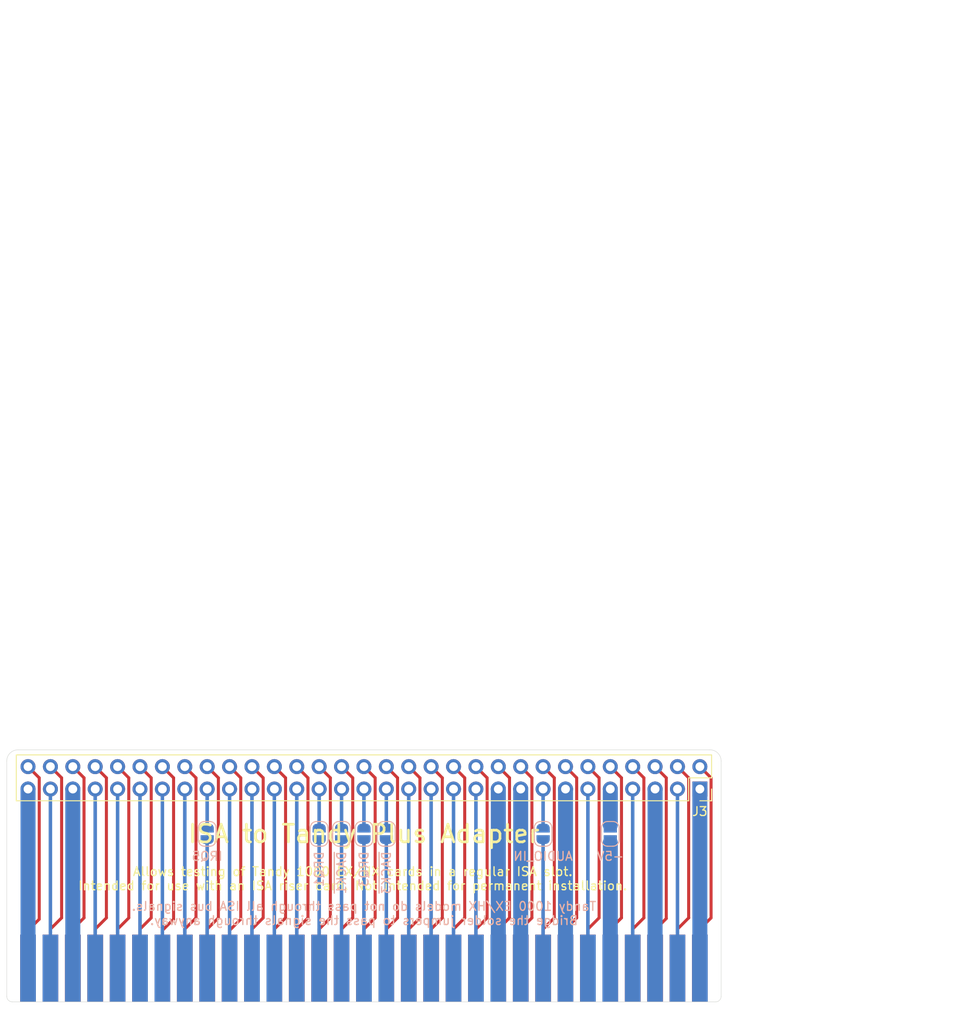
<source format=kicad_pcb>
(kicad_pcb (version 20171130) (host pcbnew "(5.1.9)-1")

  (general
    (thickness 1.6)
    (drawings 26)
    (tracks 163)
    (zones 0)
    (modules 9)
    (nets 70)
  )

  (page A4)
  (layers
    (0 F.Cu signal)
    (31 B.Cu signal)
    (32 B.Adhes user)
    (33 F.Adhes user)
    (34 B.Paste user)
    (35 F.Paste user)
    (36 B.SilkS user)
    (37 F.SilkS user)
    (38 B.Mask user)
    (39 F.Mask user)
    (40 Dwgs.User user)
    (41 Cmts.User user)
    (42 Eco1.User user)
    (43 Eco2.User user)
    (44 Edge.Cuts user)
    (45 Margin user)
    (46 B.CrtYd user)
    (47 F.CrtYd user)
    (48 B.Fab user)
    (49 F.Fab user)
  )

  (setup
    (last_trace_width 0.4)
    (user_trace_width 0.2)
    (user_trace_width 0.34)
    (user_trace_width 0.4)
    (user_trace_width 1.7)
    (trace_clearance 0.25)
    (zone_clearance 0.508)
    (zone_45_only no)
    (trace_min 0.2)
    (via_size 0.8)
    (via_drill 0.4)
    (via_min_size 0.4)
    (via_min_drill 0.3)
    (uvia_size 0.3)
    (uvia_drill 0.1)
    (uvias_allowed no)
    (uvia_min_size 0.2)
    (uvia_min_drill 0.1)
    (edge_width 0.05)
    (segment_width 0.2)
    (pcb_text_width 0.3)
    (pcb_text_size 1.5 1.5)
    (mod_edge_width 0.12)
    (mod_text_size 1 1)
    (mod_text_width 0.15)
    (pad_size 1.524 1.524)
    (pad_drill 0.762)
    (pad_to_mask_clearance 0)
    (aux_axis_origin 0 0)
    (grid_origin 141.605 127)
    (visible_elements 7FFFFFFF)
    (pcbplotparams
      (layerselection 0x010f0_ffffffff)
      (usegerberextensions true)
      (usegerberattributes true)
      (usegerberadvancedattributes true)
      (creategerberjobfile false)
      (excludeedgelayer true)
      (linewidth 0.100000)
      (plotframeref false)
      (viasonmask false)
      (mode 1)
      (useauxorigin false)
      (hpglpennumber 1)
      (hpglpenspeed 20)
      (hpglpendiameter 15.000000)
      (psnegative false)
      (psa4output false)
      (plotreference true)
      (plotvalue true)
      (plotinvisibletext false)
      (padsonsilk false)
      (subtractmaskfromsilk false)
      (outputformat 1)
      (mirror false)
      (drillshape 0)
      (scaleselection 1)
      (outputdirectory "Gerbers/"))
  )

  (net 0 "")
  (net 1 A00)
  (net 2 A01)
  (net 3 A02)
  (net 4 A03)
  (net 5 A04)
  (net 6 A05)
  (net 7 A06)
  (net 8 A07)
  (net 9 A08)
  (net 10 A09)
  (net 11 A10)
  (net 12 A11)
  (net 13 A12)
  (net 14 A13)
  (net 15 A14)
  (net 16 A15)
  (net 17 A16)
  (net 18 A17)
  (net 19 A18)
  (net 20 A19)
  (net 21 AEN)
  (net 22 IOCHRDY)
  (net 23 D0)
  (net 24 D1)
  (net 25 D2)
  (net 26 D3)
  (net 27 D4)
  (net 28 D5)
  (net 29 D6)
  (net 30 D7)
  (net 31 ~IO_CH_CK)
  (net 32 OSC)
  (net 33 ALE)
  (net 34 TC)
  (net 35 ~DACK2)
  (net 36 IRQ3)
  (net 37 IRQ4)
  (net 38 IRQ5)
  (net 39 IRQ6)
  (net 40 IRQ7)
  (net 41 CLK)
  (net 42 ~DACK0)
  (net 43 DRQ1)
  (net 44 ~DACK1)
  (net 45 DRQ3)
  (net 46 ~DACK3)
  (net 47 ~IOR)
  (net 48 ~IOW)
  (net 49 ~MEMR)
  (net 50 ~MEMW)
  (net 51 -12V)
  (net 52 DRQ2)
  (net 53 -5V)
  (net 54 IRQ2)
  (net 55 RESET)
  (net 56 GND3)
  (net 57 VCC2)
  (net 58 GND2)
  (net 59 12V)
  (net 60 UNUSED_THRU)
  (net 61 VCC1)
  (net 62 GND1)
  (net 63 "Net-(J3-Pad23)")
  (net 64 "Net-(J3-Pad18)")
  (net 65 "Net-(J3-Pad17)")
  (net 66 "Net-(J3-Pad16)")
  (net 67 "Net-(J3-Pad15)")
  (net 68 "Net-(J3-Pad8)")
  (net 69 "Net-(J3-Pad5)")

  (net_class Default "This is the default net class."
    (clearance 0.25)
    (trace_width 0.4)
    (via_dia 0.8)
    (via_drill 0.4)
    (uvia_dia 0.3)
    (uvia_drill 0.1)
    (add_net 12V)
    (add_net A00)
    (add_net A01)
    (add_net A02)
    (add_net A03)
    (add_net A04)
    (add_net A05)
    (add_net A06)
    (add_net A07)
    (add_net A08)
    (add_net A09)
    (add_net A10)
    (add_net A11)
    (add_net A12)
    (add_net A13)
    (add_net A14)
    (add_net A15)
    (add_net A16)
    (add_net A17)
    (add_net A18)
    (add_net A19)
    (add_net AEN)
    (add_net ALE)
    (add_net CLK)
    (add_net D0)
    (add_net D1)
    (add_net D2)
    (add_net D3)
    (add_net D4)
    (add_net D5)
    (add_net D6)
    (add_net D7)
    (add_net DRQ1)
    (add_net DRQ2)
    (add_net DRQ3)
    (add_net GND1)
    (add_net GND2)
    (add_net GND3)
    (add_net IOCHRDY)
    (add_net IRQ2)
    (add_net IRQ3)
    (add_net IRQ4)
    (add_net IRQ5)
    (add_net IRQ6)
    (add_net IRQ7)
    (add_net "Net-(J3-Pad15)")
    (add_net "Net-(J3-Pad16)")
    (add_net "Net-(J3-Pad17)")
    (add_net "Net-(J3-Pad18)")
    (add_net "Net-(J3-Pad23)")
    (add_net "Net-(J3-Pad5)")
    (add_net "Net-(J3-Pad8)")
    (add_net OSC)
    (add_net RESET)
    (add_net TC)
    (add_net UNUSED_THRU)
    (add_net VCC1)
    (add_net VCC2)
    (add_net ~DACK0)
    (add_net ~DACK1)
    (add_net ~DACK2)
    (add_net ~DACK3)
    (add_net ~IOR)
    (add_net ~IOW)
    (add_net ~IO_CH_CK)
    (add_net ~MEMR)
    (add_net ~MEMW)
  )

  (net_class GND ""
    (clearance 0.25)
    (trace_width 0.4)
    (via_dia 0.8)
    (via_drill 0.4)
    (uvia_dia 0.3)
    (uvia_drill 0.1)
  )

  (net_class Power ""
    (clearance 0.25)
    (trace_width 0.4)
    (via_dia 0.8)
    (via_drill 0.4)
    (uvia_dia 0.3)
    (uvia_drill 0.1)
    (add_net -12V)
    (add_net -5V)
  )

  (module Jumper:SolderJumper-2_P1.3mm_Open_RoundedPad1.0x1.5mm (layer B.Cu) (tedit 608B8F20) (tstamp 608B8AA0)
    (at 165.1 123.19 90)
    (descr "SMD Solder Jumper, 1x1.5mm, rounded Pads, 0.3mm gap, open")
    (tags "solder jumper open")
    (path /608BE3C3)
    (attr virtual)
    (fp_text reference JP1 (at 3.175 0 -90) (layer B.SilkS) hide
      (effects (font (size 1 1) (thickness 0.15)) (justify mirror))
    )
    (fp_text value -5V (at 0 -1.9 270) (layer B.Fab)
      (effects (font (size 1 1) (thickness 0.15)) (justify mirror))
    )
    (fp_line (start 1.65 -1.25) (end -1.65 -1.25) (layer B.CrtYd) (width 0.05))
    (fp_line (start 1.65 -1.25) (end 1.65 1.25) (layer B.CrtYd) (width 0.05))
    (fp_line (start -1.65 1.25) (end -1.65 -1.25) (layer B.CrtYd) (width 0.05))
    (fp_line (start -1.65 1.25) (end 1.65 1.25) (layer B.CrtYd) (width 0.05))
    (fp_line (start -0.7 1) (end 0.7 1) (layer B.SilkS) (width 0.12))
    (fp_line (start 1.4 0.3) (end 1.4 -0.3) (layer B.SilkS) (width 0.12))
    (fp_line (start 0.7 -1) (end -0.7 -1) (layer B.SilkS) (width 0.12))
    (fp_line (start -1.4 -0.3) (end -1.4 0.3) (layer B.SilkS) (width 0.12))
    (fp_arc (start -0.7 0.3) (end -0.7 1) (angle 90) (layer B.SilkS) (width 0.12))
    (fp_arc (start -0.7 -0.3) (end -1.4 -0.3) (angle 90) (layer B.SilkS) (width 0.12))
    (fp_arc (start 0.7 -0.3) (end 0.7 -1) (angle 90) (layer B.SilkS) (width 0.12))
    (fp_arc (start 0.7 0.3) (end 1.4 0.3) (angle 90) (layer B.SilkS) (width 0.12))
    (fp_text user %V (at -2.54 0 180) (layer B.SilkS)
      (effects (font (size 1 1) (thickness 0.15)) (justify mirror))
    )
    (pad 2 smd custom (at 0.65 0 90) (size 1 0.5) (layers B.Cu B.Mask)
      (net 69 "Net-(J3-Pad5)") (zone_connect 2)
      (options (clearance outline) (anchor rect))
      (primitives
        (gr_circle (center 0 -0.25) (end 0.5 -0.25) (width 0))
        (gr_circle (center 0 0.25) (end 0.5 0.25) (width 0))
        (gr_poly (pts
           (xy 0 0.75) (xy -0.5 0.75) (xy -0.5 -0.75) (xy 0 -0.75)) (width 0))
      ))
    (pad 1 smd custom (at -0.65 0 90) (size 1 0.5) (layers B.Cu B.Mask)
      (net 53 -5V) (zone_connect 2)
      (options (clearance outline) (anchor rect))
      (primitives
        (gr_circle (center 0 -0.25) (end 0.5 -0.25) (width 0))
        (gr_circle (center 0 0.25) (end 0.5 0.25) (width 0))
        (gr_poly (pts
           (xy 0 0.75) (xy 0.5 0.75) (xy 0.5 -0.75) (xy 0 -0.75)) (width 0))
      ))
  )

  (module Jumper:SolderJumper-2_P1.3mm_Open_RoundedPad1.0x1.5mm (layer B.Cu) (tedit 608B8F06) (tstamp 608B8AB2)
    (at 157.48 123.19 90)
    (descr "SMD Solder Jumper, 1x1.5mm, rounded Pads, 0.3mm gap, open")
    (tags "solder jumper open")
    (path /608C03A0)
    (attr virtual)
    (fp_text reference JP2 (at 3.175 0 -90) (layer B.SilkS) hide
      (effects (font (size 1 1) (thickness 0.15)) (justify mirror))
    )
    (fp_text value AUDIO_IN (at 0 -1.9 270) (layer B.Fab)
      (effects (font (size 1 1) (thickness 0.15)) (justify mirror))
    )
    (fp_line (start 1.65 -1.25) (end -1.65 -1.25) (layer B.CrtYd) (width 0.05))
    (fp_line (start 1.65 -1.25) (end 1.65 1.25) (layer B.CrtYd) (width 0.05))
    (fp_line (start -1.65 1.25) (end -1.65 -1.25) (layer B.CrtYd) (width 0.05))
    (fp_line (start -1.65 1.25) (end 1.65 1.25) (layer B.CrtYd) (width 0.05))
    (fp_line (start -0.7 1) (end 0.7 1) (layer B.SilkS) (width 0.12))
    (fp_line (start 1.4 0.3) (end 1.4 -0.3) (layer B.SilkS) (width 0.12))
    (fp_line (start 0.7 -1) (end -0.7 -1) (layer B.SilkS) (width 0.12))
    (fp_line (start -1.4 -0.3) (end -1.4 0.3) (layer B.SilkS) (width 0.12))
    (fp_arc (start -0.7 0.3) (end -0.7 1) (angle 90) (layer B.SilkS) (width 0.12))
    (fp_arc (start -0.7 -0.3) (end -1.4 -0.3) (angle 90) (layer B.SilkS) (width 0.12))
    (fp_arc (start 0.7 -0.3) (end 0.7 -1) (angle 90) (layer B.SilkS) (width 0.12))
    (fp_arc (start 0.7 0.3) (end 1.4 0.3) (angle 90) (layer B.SilkS) (width 0.12))
    (fp_text user %V (at -2.54 0 180) (layer B.SilkS)
      (effects (font (size 1 1) (thickness 0.15)) (justify mirror))
    )
    (pad 2 smd custom (at 0.65 0 90) (size 1 0.5) (layers B.Cu B.Mask)
      (net 68 "Net-(J3-Pad8)") (zone_connect 2)
      (options (clearance outline) (anchor rect))
      (primitives
        (gr_circle (center 0 -0.25) (end 0.5 -0.25) (width 0))
        (gr_circle (center 0 0.25) (end 0.5 0.25) (width 0))
        (gr_poly (pts
           (xy 0 0.75) (xy -0.5 0.75) (xy -0.5 -0.75) (xy 0 -0.75)) (width 0))
      ))
    (pad 1 smd custom (at -0.65 0 90) (size 1 0.5) (layers B.Cu B.Mask)
      (net 60 UNUSED_THRU) (zone_connect 2)
      (options (clearance outline) (anchor rect))
      (primitives
        (gr_circle (center 0 -0.25) (end 0.5 -0.25) (width 0))
        (gr_circle (center 0 0.25) (end 0.5 0.25) (width 0))
        (gr_poly (pts
           (xy 0 0.75) (xy 0.5 0.75) (xy 0.5 -0.75) (xy 0 -0.75)) (width 0))
      ))
  )

  (module Jumper:SolderJumper-2_P1.3mm_Open_RoundedPad1.0x1.5mm (layer B.Cu) (tedit 608B8EE1) (tstamp 608B8AC4)
    (at 139.7 123.19 90)
    (descr "SMD Solder Jumper, 1x1.5mm, rounded Pads, 0.3mm gap, open")
    (tags "solder jumper open")
    (path /608BEEB6)
    (attr virtual)
    (fp_text reference JP3 (at 3.175 0 -90) (layer B.SilkS) hide
      (effects (font (size 1 1) (thickness 0.15)) (justify mirror))
    )
    (fp_text value ~DACK3 (at 0 -1.9 270) (layer B.Fab)
      (effects (font (size 1 1) (thickness 0.15)) (justify mirror))
    )
    (fp_line (start 1.65 -1.25) (end -1.65 -1.25) (layer B.CrtYd) (width 0.05))
    (fp_line (start 1.65 -1.25) (end 1.65 1.25) (layer B.CrtYd) (width 0.05))
    (fp_line (start -1.65 1.25) (end -1.65 -1.25) (layer B.CrtYd) (width 0.05))
    (fp_line (start -1.65 1.25) (end 1.65 1.25) (layer B.CrtYd) (width 0.05))
    (fp_line (start -0.7 1) (end 0.7 1) (layer B.SilkS) (width 0.12))
    (fp_line (start 1.4 0.3) (end 1.4 -0.3) (layer B.SilkS) (width 0.12))
    (fp_line (start 0.7 -1) (end -0.7 -1) (layer B.SilkS) (width 0.12))
    (fp_line (start -1.4 -0.3) (end -1.4 0.3) (layer B.SilkS) (width 0.12))
    (fp_arc (start -0.7 0.3) (end -0.7 1) (angle 90) (layer B.SilkS) (width 0.12))
    (fp_arc (start -0.7 -0.3) (end -1.4 -0.3) (angle 90) (layer B.SilkS) (width 0.12))
    (fp_arc (start 0.7 -0.3) (end 0.7 -1) (angle 90) (layer B.SilkS) (width 0.12))
    (fp_arc (start 0.7 0.3) (end 1.4 0.3) (angle 90) (layer B.SilkS) (width 0.12))
    (fp_text user %V (at -1.905 0 90) (layer B.SilkS)
      (effects (font (size 1 1) (thickness 0.15)) (justify left mirror))
    )
    (pad 2 smd custom (at 0.65 0 90) (size 1 0.5) (layers B.Cu B.Mask)
      (net 67 "Net-(J3-Pad15)") (zone_connect 2)
      (options (clearance outline) (anchor rect))
      (primitives
        (gr_circle (center 0 -0.25) (end 0.5 -0.25) (width 0))
        (gr_circle (center 0 0.25) (end 0.5 0.25) (width 0))
        (gr_poly (pts
           (xy 0 0.75) (xy -0.5 0.75) (xy -0.5 -0.75) (xy 0 -0.75)) (width 0))
      ))
    (pad 1 smd custom (at -0.65 0 90) (size 1 0.5) (layers B.Cu B.Mask)
      (net 46 ~DACK3) (zone_connect 2)
      (options (clearance outline) (anchor rect))
      (primitives
        (gr_circle (center 0 -0.25) (end 0.5 -0.25) (width 0))
        (gr_circle (center 0 0.25) (end 0.5 0.25) (width 0))
        (gr_poly (pts
           (xy 0 0.75) (xy 0.5 0.75) (xy 0.5 -0.75) (xy 0 -0.75)) (width 0))
      ))
  )

  (module Jumper:SolderJumper-2_P1.3mm_Open_RoundedPad1.0x1.5mm (layer B.Cu) (tedit 608B8EC8) (tstamp 608B8AE8)
    (at 134.62 123.19 90)
    (descr "SMD Solder Jumper, 1x1.5mm, rounded Pads, 0.3mm gap, open")
    (tags "solder jumper open")
    (path /608BFCFE)
    (attr virtual)
    (fp_text reference JP5 (at 3.175 0 -90) (layer B.SilkS) hide
      (effects (font (size 1 1) (thickness 0.15)) (justify mirror))
    )
    (fp_text value ~DACK1 (at 0 -1.9 270) (layer B.Fab)
      (effects (font (size 1 1) (thickness 0.15)) (justify mirror))
    )
    (fp_line (start 1.65 -1.25) (end -1.65 -1.25) (layer B.CrtYd) (width 0.05))
    (fp_line (start 1.65 -1.25) (end 1.65 1.25) (layer B.CrtYd) (width 0.05))
    (fp_line (start -1.65 1.25) (end -1.65 -1.25) (layer B.CrtYd) (width 0.05))
    (fp_line (start -1.65 1.25) (end 1.65 1.25) (layer B.CrtYd) (width 0.05))
    (fp_line (start -0.7 1) (end 0.7 1) (layer B.SilkS) (width 0.12))
    (fp_line (start 1.4 0.3) (end 1.4 -0.3) (layer B.SilkS) (width 0.12))
    (fp_line (start 0.7 -1) (end -0.7 -1) (layer B.SilkS) (width 0.12))
    (fp_line (start -1.4 -0.3) (end -1.4 0.3) (layer B.SilkS) (width 0.12))
    (fp_arc (start -0.7 0.3) (end -0.7 1) (angle 90) (layer B.SilkS) (width 0.12))
    (fp_arc (start -0.7 -0.3) (end -1.4 -0.3) (angle 90) (layer B.SilkS) (width 0.12))
    (fp_arc (start 0.7 -0.3) (end 0.7 -1) (angle 90) (layer B.SilkS) (width 0.12))
    (fp_arc (start 0.7 0.3) (end 1.4 0.3) (angle 90) (layer B.SilkS) (width 0.12))
    (fp_text user %V (at -1.905 0 90) (layer B.SilkS)
      (effects (font (size 1 1) (thickness 0.15)) (justify left mirror))
    )
    (pad 2 smd custom (at 0.65 0 90) (size 1 0.5) (layers B.Cu B.Mask)
      (net 65 "Net-(J3-Pad17)") (zone_connect 2)
      (options (clearance outline) (anchor rect))
      (primitives
        (gr_circle (center 0 -0.25) (end 0.5 -0.25) (width 0))
        (gr_circle (center 0 0.25) (end 0.5 0.25) (width 0))
        (gr_poly (pts
           (xy 0 0.75) (xy -0.5 0.75) (xy -0.5 -0.75) (xy 0 -0.75)) (width 0))
      ))
    (pad 1 smd custom (at -0.65 0 90) (size 1 0.5) (layers B.Cu B.Mask)
      (net 44 ~DACK1) (zone_connect 2)
      (options (clearance outline) (anchor rect))
      (primitives
        (gr_circle (center 0 -0.25) (end 0.5 -0.25) (width 0))
        (gr_circle (center 0 0.25) (end 0.5 0.25) (width 0))
        (gr_poly (pts
           (xy 0 0.75) (xy 0.5 0.75) (xy 0.5 -0.75) (xy 0 -0.75)) (width 0))
      ))
  )

  (module Jumper:SolderJumper-2_P1.3mm_Open_RoundedPad1.0x1.5mm (layer B.Cu) (tedit 608B8E9D) (tstamp 608B8AD6)
    (at 137.16 123.19 90)
    (descr "SMD Solder Jumper, 1x1.5mm, rounded Pads, 0.3mm gap, open")
    (tags "solder jumper open")
    (path /608BFBA5)
    (attr virtual)
    (fp_text reference JP4 (at 3.175 0 -90) (layer B.SilkS) hide
      (effects (font (size 1 1) (thickness 0.15)) (justify mirror))
    )
    (fp_text value DRQ3 (at 0 -1.9 270) (layer B.Fab)
      (effects (font (size 1 1) (thickness 0.15)) (justify mirror))
    )
    (fp_line (start 1.65 -1.25) (end -1.65 -1.25) (layer B.CrtYd) (width 0.05))
    (fp_line (start 1.65 -1.25) (end 1.65 1.25) (layer B.CrtYd) (width 0.05))
    (fp_line (start -1.65 1.25) (end -1.65 -1.25) (layer B.CrtYd) (width 0.05))
    (fp_line (start -1.65 1.25) (end 1.65 1.25) (layer B.CrtYd) (width 0.05))
    (fp_line (start -0.7 1) (end 0.7 1) (layer B.SilkS) (width 0.12))
    (fp_line (start 1.4 0.3) (end 1.4 -0.3) (layer B.SilkS) (width 0.12))
    (fp_line (start 0.7 -1) (end -0.7 -1) (layer B.SilkS) (width 0.12))
    (fp_line (start -1.4 -0.3) (end -1.4 0.3) (layer B.SilkS) (width 0.12))
    (fp_arc (start -0.7 0.3) (end -0.7 1) (angle 90) (layer B.SilkS) (width 0.12))
    (fp_arc (start -0.7 -0.3) (end -1.4 -0.3) (angle 90) (layer B.SilkS) (width 0.12))
    (fp_arc (start 0.7 -0.3) (end 0.7 -1) (angle 90) (layer B.SilkS) (width 0.12))
    (fp_arc (start 0.7 0.3) (end 1.4 0.3) (angle 90) (layer B.SilkS) (width 0.12))
    (fp_text user %V (at -1.905 0 90) (layer B.SilkS)
      (effects (font (size 1 1) (thickness 0.15)) (justify left mirror))
    )
    (pad 2 smd custom (at 0.65 0 90) (size 1 0.5) (layers B.Cu B.Mask)
      (net 66 "Net-(J3-Pad16)") (zone_connect 2)
      (options (clearance outline) (anchor rect))
      (primitives
        (gr_circle (center 0 -0.25) (end 0.5 -0.25) (width 0))
        (gr_circle (center 0 0.25) (end 0.5 0.25) (width 0))
        (gr_poly (pts
           (xy 0 0.75) (xy -0.5 0.75) (xy -0.5 -0.75) (xy 0 -0.75)) (width 0))
      ))
    (pad 1 smd custom (at -0.65 0 90) (size 1 0.5) (layers B.Cu B.Mask)
      (net 45 DRQ3) (zone_connect 2)
      (options (clearance outline) (anchor rect))
      (primitives
        (gr_circle (center 0 -0.25) (end 0.5 -0.25) (width 0))
        (gr_circle (center 0 0.25) (end 0.5 0.25) (width 0))
        (gr_poly (pts
           (xy 0 0.75) (xy 0.5 0.75) (xy 0.5 -0.75) (xy 0 -0.75)) (width 0))
      ))
  )

  (module Jumper:SolderJumper-2_P1.3mm_Open_RoundedPad1.0x1.5mm (layer B.Cu) (tedit 608B8E5E) (tstamp 608B8AFA)
    (at 132.08 123.19 90)
    (descr "SMD Solder Jumper, 1x1.5mm, rounded Pads, 0.3mm gap, open")
    (tags "solder jumper open")
    (path /608BFE8A)
    (attr virtual)
    (fp_text reference JP6 (at 3.175 0 -90) (layer B.SilkS) hide
      (effects (font (size 1 1) (thickness 0.15)) (justify mirror))
    )
    (fp_text value DRQ1 (at 0 -1.9 270) (layer B.Fab)
      (effects (font (size 1 1) (thickness 0.15)) (justify mirror))
    )
    (fp_line (start 1.65 -1.25) (end -1.65 -1.25) (layer B.CrtYd) (width 0.05))
    (fp_line (start 1.65 -1.25) (end 1.65 1.25) (layer B.CrtYd) (width 0.05))
    (fp_line (start -1.65 1.25) (end -1.65 -1.25) (layer B.CrtYd) (width 0.05))
    (fp_line (start -1.65 1.25) (end 1.65 1.25) (layer B.CrtYd) (width 0.05))
    (fp_line (start -0.7 1) (end 0.7 1) (layer B.SilkS) (width 0.12))
    (fp_line (start 1.4 0.3) (end 1.4 -0.3) (layer B.SilkS) (width 0.12))
    (fp_line (start 0.7 -1) (end -0.7 -1) (layer B.SilkS) (width 0.12))
    (fp_line (start -1.4 -0.3) (end -1.4 0.3) (layer B.SilkS) (width 0.12))
    (fp_arc (start -0.7 0.3) (end -0.7 1) (angle 90) (layer B.SilkS) (width 0.12))
    (fp_arc (start -0.7 -0.3) (end -1.4 -0.3) (angle 90) (layer B.SilkS) (width 0.12))
    (fp_arc (start 0.7 -0.3) (end 0.7 -1) (angle 90) (layer B.SilkS) (width 0.12))
    (fp_arc (start 0.7 0.3) (end 1.4 0.3) (angle 90) (layer B.SilkS) (width 0.12))
    (fp_text user %V (at -1.905 0 90) (layer B.SilkS)
      (effects (font (size 1 1) (thickness 0.15)) (justify left mirror))
    )
    (pad 2 smd custom (at 0.65 0 90) (size 1 0.5) (layers B.Cu B.Mask)
      (net 64 "Net-(J3-Pad18)") (zone_connect 2)
      (options (clearance outline) (anchor rect))
      (primitives
        (gr_circle (center 0 -0.25) (end 0.5 -0.25) (width 0))
        (gr_circle (center 0 0.25) (end 0.5 0.25) (width 0))
        (gr_poly (pts
           (xy 0 0.75) (xy -0.5 0.75) (xy -0.5 -0.75) (xy 0 -0.75)) (width 0))
      ))
    (pad 1 smd custom (at -0.65 0 90) (size 1 0.5) (layers B.Cu B.Mask)
      (net 43 DRQ1) (zone_connect 2)
      (options (clearance outline) (anchor rect))
      (primitives
        (gr_circle (center 0 -0.25) (end 0.5 -0.25) (width 0))
        (gr_circle (center 0 0.25) (end 0.5 0.25) (width 0))
        (gr_poly (pts
           (xy 0 0.75) (xy 0.5 0.75) (xy 0.5 -0.75) (xy 0 -0.75)) (width 0))
      ))
  )

  (module Jumper:SolderJumper-2_P1.3mm_Open_RoundedPad1.0x1.5mm (layer B.Cu) (tedit 608B8D8C) (tstamp 608B8B0C)
    (at 119.38 123.19 90)
    (descr "SMD Solder Jumper, 1x1.5mm, rounded Pads, 0.3mm gap, open")
    (tags "solder jumper open")
    (path /608C0609)
    (attr virtual)
    (fp_text reference JP7 (at 3.175 0 -90) (layer B.SilkS) hide
      (effects (font (size 1 1) (thickness 0.15)) (justify mirror))
    )
    (fp_text value IRQ5 (at 0 -1.9 270) (layer B.Fab)
      (effects (font (size 1 1) (thickness 0.15)) (justify mirror))
    )
    (fp_line (start -1.4 -0.3) (end -1.4 0.3) (layer B.SilkS) (width 0.12))
    (fp_line (start 0.7 -1) (end -0.7 -1) (layer B.SilkS) (width 0.12))
    (fp_line (start 1.4 0.3) (end 1.4 -0.3) (layer B.SilkS) (width 0.12))
    (fp_line (start -0.7 1) (end 0.7 1) (layer B.SilkS) (width 0.12))
    (fp_line (start -1.65 1.25) (end 1.65 1.25) (layer B.CrtYd) (width 0.05))
    (fp_line (start -1.65 1.25) (end -1.65 -1.25) (layer B.CrtYd) (width 0.05))
    (fp_line (start 1.65 -1.25) (end 1.65 1.25) (layer B.CrtYd) (width 0.05))
    (fp_line (start 1.65 -1.25) (end -1.65 -1.25) (layer B.CrtYd) (width 0.05))
    (fp_arc (start 0.7 0.3) (end 1.4 0.3) (angle 90) (layer B.SilkS) (width 0.12))
    (fp_arc (start 0.7 -0.3) (end 0.7 -1) (angle 90) (layer B.SilkS) (width 0.12))
    (fp_arc (start -0.7 -0.3) (end -1.4 -0.3) (angle 90) (layer B.SilkS) (width 0.12))
    (fp_arc (start -0.7 0.3) (end -0.7 1) (angle 90) (layer B.SilkS) (width 0.12))
    (fp_text user %V (at -2.54 0 180) (layer B.SilkS)
      (effects (font (size 1 1) (thickness 0.15)) (justify mirror))
    )
    (pad 1 smd custom (at -0.65 0 90) (size 1 0.5) (layers B.Cu B.Mask)
      (net 38 IRQ5) (zone_connect 2)
      (options (clearance outline) (anchor rect))
      (primitives
        (gr_circle (center 0 -0.25) (end 0.5 -0.25) (width 0))
        (gr_circle (center 0 0.25) (end 0.5 0.25) (width 0))
        (gr_poly (pts
           (xy 0 0.75) (xy 0.5 0.75) (xy 0.5 -0.75) (xy 0 -0.75)) (width 0))
      ))
    (pad 2 smd custom (at 0.65 0 90) (size 1 0.5) (layers B.Cu B.Mask)
      (net 63 "Net-(J3-Pad23)") (zone_connect 2)
      (options (clearance outline) (anchor rect))
      (primitives
        (gr_circle (center 0 -0.25) (end 0.5 -0.25) (width 0))
        (gr_circle (center 0 0.25) (end 0.5 0.25) (width 0))
        (gr_poly (pts
           (xy 0 0.75) (xy -0.5 0.75) (xy -0.5 -0.75) (xy 0 -0.75)) (width 0))
      ))
  )

  (module Connector_PinHeader_2.54mm:PinHeader_2x31_P2.54mm_Vertical (layer F.Cu) (tedit 608AC742) (tstamp 608A5C85)
    (at 175.26 118.11 270)
    (descr "Through hole straight pin header, 2x31, 2.54mm pitch, double rows")
    (tags "Through hole pin header THT 2x31 2.54mm double row")
    (path /608AF774)
    (fp_text reference J3 (at 2.54 0) (layer F.SilkS)
      (effects (font (size 1 1) (thickness 0.15)))
    )
    (fp_text value "TANDY PLUS HEADER" (at -1.27 78.53 270) (layer F.Fab)
      (effects (font (size 1 1) (thickness 0.15)))
    )
    (fp_line (start 0 -1.27) (end -3.81 -1.27) (layer F.Fab) (width 0.1))
    (fp_line (start -3.81 -1.27) (end -3.81 77.47) (layer F.Fab) (width 0.1))
    (fp_line (start -3.81 77.47) (end 1.27 77.47) (layer F.Fab) (width 0.1))
    (fp_line (start 1.27 77.47) (end 1.27 0) (layer F.Fab) (width 0.1))
    (fp_line (start 1.27 0) (end 0 -1.27) (layer F.Fab) (width 0.1))
    (fp_line (start 1.33 77.53) (end -3.87 77.53) (layer F.SilkS) (width 0.12))
    (fp_line (start 1.33 1.27) (end 1.33 77.53) (layer F.SilkS) (width 0.12))
    (fp_line (start -3.87 -1.33) (end -3.87 77.53) (layer F.SilkS) (width 0.12))
    (fp_line (start 1.33 1.27) (end -1.27 1.27) (layer F.SilkS) (width 0.12))
    (fp_line (start -1.27 1.27) (end -1.27 -1.33) (layer F.SilkS) (width 0.12))
    (fp_line (start -1.27 -1.33) (end -3.87 -1.33) (layer F.SilkS) (width 0.12))
    (fp_line (start 1.33 0) (end 1.33 -1.33) (layer F.SilkS) (width 0.12))
    (fp_line (start 1.33 -1.33) (end 0 -1.33) (layer F.SilkS) (width 0.12))
    (fp_line (start 1.8 -1.8) (end 1.8 78) (layer F.CrtYd) (width 0.05))
    (fp_line (start 1.8 78) (end -4.35 78) (layer F.CrtYd) (width 0.05))
    (fp_line (start -4.35 78) (end -4.35 -1.8) (layer F.CrtYd) (width 0.05))
    (fp_line (start -4.35 -1.8) (end 1.8 -1.8) (layer F.CrtYd) (width 0.05))
    (fp_text user %R (at -1.27 38.1) (layer F.Fab)
      (effects (font (size 1 1) (thickness 0.15)))
    )
    (pad 1 thru_hole rect (at 0 0 270) (size 1.7 1.7) (drill 1) (layers *.Cu *.Mask)
      (net 62 GND1))
    (pad 32 thru_hole oval (at -2.54 0 270) (size 1.7 1.7) (drill 1) (layers *.Cu *.Mask)
      (net 31 ~IO_CH_CK))
    (pad 2 thru_hole oval (at 0 2.54 270) (size 1.7 1.7) (drill 1) (layers *.Cu *.Mask)
      (net 55 RESET))
    (pad 33 thru_hole oval (at -2.54 2.54 270) (size 1.7 1.7) (drill 1) (layers *.Cu *.Mask)
      (net 30 D7))
    (pad 3 thru_hole oval (at 0 5.08 270) (size 1.7 1.7) (drill 1) (layers *.Cu *.Mask)
      (net 61 VCC1))
    (pad 34 thru_hole oval (at -2.54 5.08 270) (size 1.7 1.7) (drill 1) (layers *.Cu *.Mask)
      (net 29 D6))
    (pad 4 thru_hole oval (at 0 7.62 270) (size 1.7 1.7) (drill 1) (layers *.Cu *.Mask)
      (net 54 IRQ2))
    (pad 35 thru_hole oval (at -2.54 7.62 270) (size 1.7 1.7) (drill 1) (layers *.Cu *.Mask)
      (net 28 D5))
    (pad 5 thru_hole oval (at 0 10.16 270) (size 1.7 1.7) (drill 1) (layers *.Cu *.Mask)
      (net 69 "Net-(J3-Pad5)"))
    (pad 36 thru_hole oval (at -2.54 10.16 270) (size 1.7 1.7) (drill 1) (layers *.Cu *.Mask)
      (net 27 D4))
    (pad 6 thru_hole oval (at 0 12.7 270) (size 1.7 1.7) (drill 1) (layers *.Cu *.Mask)
      (net 52 DRQ2))
    (pad 37 thru_hole oval (at -2.54 12.7 270) (size 1.7 1.7) (drill 1) (layers *.Cu *.Mask)
      (net 26 D3))
    (pad 7 thru_hole oval (at 0 15.24 270) (size 1.7 1.7) (drill 1) (layers *.Cu *.Mask)
      (net 51 -12V))
    (pad 38 thru_hole oval (at -2.54 15.24 270) (size 1.7 1.7) (drill 1) (layers *.Cu *.Mask)
      (net 25 D2))
    (pad 8 thru_hole oval (at 0 17.78 270) (size 1.7 1.7) (drill 1) (layers *.Cu *.Mask)
      (net 68 "Net-(J3-Pad8)"))
    (pad 39 thru_hole oval (at -2.54 17.78 270) (size 1.7 1.7) (drill 1) (layers *.Cu *.Mask)
      (net 24 D1))
    (pad 9 thru_hole oval (at 0 20.32 270) (size 1.7 1.7) (drill 1) (layers *.Cu *.Mask)
      (net 59 12V))
    (pad 40 thru_hole oval (at -2.54 20.32 270) (size 1.7 1.7) (drill 1) (layers *.Cu *.Mask)
      (net 23 D0))
    (pad 10 thru_hole oval (at 0 22.86 270) (size 1.7 1.7) (drill 1) (layers *.Cu *.Mask)
      (net 58 GND2))
    (pad 41 thru_hole oval (at -2.54 22.86 270) (size 1.7 1.7) (drill 1) (layers *.Cu *.Mask)
      (net 22 IOCHRDY))
    (pad 11 thru_hole oval (at 0 25.4 270) (size 1.7 1.7) (drill 1) (layers *.Cu *.Mask)
      (net 50 ~MEMW))
    (pad 42 thru_hole oval (at -2.54 25.4 270) (size 1.7 1.7) (drill 1) (layers *.Cu *.Mask)
      (net 21 AEN))
    (pad 12 thru_hole oval (at 0 27.94 270) (size 1.7 1.7) (drill 1) (layers *.Cu *.Mask)
      (net 49 ~MEMR))
    (pad 43 thru_hole oval (at -2.54 27.94 270) (size 1.7 1.7) (drill 1) (layers *.Cu *.Mask)
      (net 20 A19))
    (pad 13 thru_hole oval (at 0 30.48 270) (size 1.7 1.7) (drill 1) (layers *.Cu *.Mask)
      (net 48 ~IOW))
    (pad 44 thru_hole oval (at -2.54 30.48 270) (size 1.7 1.7) (drill 1) (layers *.Cu *.Mask)
      (net 19 A18))
    (pad 14 thru_hole oval (at 0 33.02 270) (size 1.7 1.7) (drill 1) (layers *.Cu *.Mask)
      (net 47 ~IOR))
    (pad 45 thru_hole oval (at -2.54 33.02 270) (size 1.7 1.7) (drill 1) (layers *.Cu *.Mask)
      (net 18 A17))
    (pad 15 thru_hole oval (at 0 35.56 270) (size 1.7 1.7) (drill 1) (layers *.Cu *.Mask)
      (net 67 "Net-(J3-Pad15)"))
    (pad 46 thru_hole oval (at -2.54 35.56 270) (size 1.7 1.7) (drill 1) (layers *.Cu *.Mask)
      (net 17 A16))
    (pad 16 thru_hole oval (at 0 38.1 270) (size 1.7 1.7) (drill 1) (layers *.Cu *.Mask)
      (net 66 "Net-(J3-Pad16)"))
    (pad 47 thru_hole oval (at -2.54 38.1 270) (size 1.7 1.7) (drill 1) (layers *.Cu *.Mask)
      (net 16 A15))
    (pad 17 thru_hole oval (at 0 40.64 270) (size 1.7 1.7) (drill 1) (layers *.Cu *.Mask)
      (net 65 "Net-(J3-Pad17)"))
    (pad 48 thru_hole oval (at -2.54 40.64 270) (size 1.7 1.7) (drill 1) (layers *.Cu *.Mask)
      (net 15 A14))
    (pad 18 thru_hole oval (at 0 43.18 270) (size 1.7 1.7) (drill 1) (layers *.Cu *.Mask)
      (net 64 "Net-(J3-Pad18)"))
    (pad 49 thru_hole oval (at -2.54 43.18 270) (size 1.7 1.7) (drill 1) (layers *.Cu *.Mask)
      (net 14 A13))
    (pad 19 thru_hole oval (at 0 45.72 270) (size 1.7 1.7) (drill 1) (layers *.Cu *.Mask)
      (net 42 ~DACK0))
    (pad 50 thru_hole oval (at -2.54 45.72 270) (size 1.7 1.7) (drill 1) (layers *.Cu *.Mask)
      (net 13 A12))
    (pad 20 thru_hole oval (at 0 48.26 270) (size 1.7 1.7) (drill 1) (layers *.Cu *.Mask)
      (net 41 CLK))
    (pad 51 thru_hole oval (at -2.54 48.26 270) (size 1.7 1.7) (drill 1) (layers *.Cu *.Mask)
      (net 12 A11))
    (pad 21 thru_hole oval (at 0 50.8 270) (size 1.7 1.7) (drill 1) (layers *.Cu *.Mask)
      (net 40 IRQ7))
    (pad 52 thru_hole oval (at -2.54 50.8 270) (size 1.7 1.7) (drill 1) (layers *.Cu *.Mask)
      (net 11 A10))
    (pad 22 thru_hole oval (at 0 53.34 270) (size 1.7 1.7) (drill 1) (layers *.Cu *.Mask)
      (net 39 IRQ6))
    (pad 53 thru_hole oval (at -2.54 53.34 270) (size 1.7 1.7) (drill 1) (layers *.Cu *.Mask)
      (net 10 A09))
    (pad 23 thru_hole oval (at 0 55.88 270) (size 1.7 1.7) (drill 1) (layers *.Cu *.Mask)
      (net 63 "Net-(J3-Pad23)"))
    (pad 54 thru_hole oval (at -2.54 55.88 270) (size 1.7 1.7) (drill 1) (layers *.Cu *.Mask)
      (net 9 A08))
    (pad 24 thru_hole oval (at 0 58.42 270) (size 1.7 1.7) (drill 1) (layers *.Cu *.Mask)
      (net 37 IRQ4))
    (pad 55 thru_hole oval (at -2.54 58.42 270) (size 1.7 1.7) (drill 1) (layers *.Cu *.Mask)
      (net 8 A07))
    (pad 25 thru_hole oval (at 0 60.96 270) (size 1.7 1.7) (drill 1) (layers *.Cu *.Mask)
      (net 36 IRQ3))
    (pad 56 thru_hole oval (at -2.54 60.96 270) (size 1.7 1.7) (drill 1) (layers *.Cu *.Mask)
      (net 7 A06))
    (pad 26 thru_hole oval (at 0 63.5 270) (size 1.7 1.7) (drill 1) (layers *.Cu *.Mask)
      (net 35 ~DACK2))
    (pad 57 thru_hole oval (at -2.54 63.5 270) (size 1.7 1.7) (drill 1) (layers *.Cu *.Mask)
      (net 6 A05))
    (pad 27 thru_hole oval (at 0 66.04 270) (size 1.7 1.7) (drill 1) (layers *.Cu *.Mask)
      (net 34 TC))
    (pad 58 thru_hole oval (at -2.54 66.04 270) (size 1.7 1.7) (drill 1) (layers *.Cu *.Mask)
      (net 5 A04))
    (pad 28 thru_hole oval (at 0 68.58 270) (size 1.7 1.7) (drill 1) (layers *.Cu *.Mask)
      (net 33 ALE))
    (pad 59 thru_hole oval (at -2.54 68.58 270) (size 1.7 1.7) (drill 1) (layers *.Cu *.Mask)
      (net 4 A03))
    (pad 29 thru_hole oval (at 0 71.12 270) (size 1.7 1.7) (drill 1) (layers *.Cu *.Mask)
      (net 57 VCC2))
    (pad 60 thru_hole oval (at -2.54 71.12 270) (size 1.7 1.7) (drill 1) (layers *.Cu *.Mask)
      (net 3 A02))
    (pad 30 thru_hole oval (at 0 73.66 270) (size 1.7 1.7) (drill 1) (layers *.Cu *.Mask)
      (net 32 OSC))
    (pad 61 thru_hole oval (at -2.54 73.66 270) (size 1.7 1.7) (drill 1) (layers *.Cu *.Mask)
      (net 2 A01))
    (pad 31 thru_hole oval (at 0 76.2 270) (size 1.7 1.7) (drill 1) (layers *.Cu *.Mask)
      (net 56 GND3))
    (pad 62 thru_hole oval (at -2.54 76.2 270) (size 1.7 1.7) (drill 1) (layers *.Cu *.Mask)
      (net 1 A00))
    (model ${KISYS3DMOD}/Connector_PinHeader_2.54mm.3dshapes/PinHeader_2x31_P2.54mm_Vertical.wrl
      (offset (xyz -2.54 0 0))
      (scale (xyz 1 1 1))
      (rotate (xyz 0 0 0))
    )
  )

  (module 00Custom:BUS_XT (layer F.Cu) (tedit 603A0233) (tstamp 603A5B9E)
    (at 175.26 138.43)
    (descr "AT ISA 16 bits Bus Edge Connector")
    (tags "BUS ISA AT Edge connector")
    (path /6039F90B)
    (attr virtual)
    (fp_text reference J1 (at -40.767 5.461) (layer F.SilkS) hide
      (effects (font (size 1 1) (thickness 0.15)))
    )
    (fp_text value Bus_ISA_8bit (at -34.036 5.461) (layer F.Fab)
      (effects (font (size 1 1) (thickness 0.15)))
    )
    (fp_text user %R (at -64.77 -0.635) (layer F.Fab)
      (effects (font (size 1 1) (thickness 0.15)))
    )
    (pad 62 connect rect (at -76.2 0) (size 1.78 7.62) (layers F.Cu F.Mask)
      (net 1 A00))
    (pad 61 connect rect (at -73.66 0) (size 1.78 7.62) (layers F.Cu F.Mask)
      (net 2 A01))
    (pad 60 connect rect (at -71.12 0) (size 1.78 7.62) (layers F.Cu F.Mask)
      (net 3 A02))
    (pad 59 connect rect (at -68.58 0) (size 1.78 7.62) (layers F.Cu F.Mask)
      (net 4 A03))
    (pad 58 connect rect (at -66.04 0) (size 1.78 7.62) (layers F.Cu F.Mask)
      (net 5 A04))
    (pad 57 connect rect (at -63.5 0) (size 1.78 7.62) (layers F.Cu F.Mask)
      (net 6 A05))
    (pad 56 connect rect (at -60.96 0) (size 1.78 7.62) (layers F.Cu F.Mask)
      (net 7 A06))
    (pad 55 connect rect (at -58.42 0) (size 1.78 7.62) (layers F.Cu F.Mask)
      (net 8 A07))
    (pad 54 connect rect (at -55.88 0) (size 1.78 7.62) (layers F.Cu F.Mask)
      (net 9 A08))
    (pad 53 connect rect (at -53.34 0) (size 1.78 7.62) (layers F.Cu F.Mask)
      (net 10 A09))
    (pad 52 connect rect (at -50.8 0) (size 1.78 7.62) (layers F.Cu F.Mask)
      (net 11 A10))
    (pad 51 connect rect (at -48.26 0) (size 1.78 7.62) (layers F.Cu F.Mask)
      (net 12 A11))
    (pad 50 connect rect (at -45.72 0) (size 1.78 7.62) (layers F.Cu F.Mask)
      (net 13 A12))
    (pad 49 connect rect (at -43.18 0) (size 1.78 7.62) (layers F.Cu F.Mask)
      (net 14 A13))
    (pad 48 connect rect (at -40.64 0) (size 1.78 7.62) (layers F.Cu F.Mask)
      (net 15 A14))
    (pad 47 connect rect (at -38.1 0) (size 1.78 7.62) (layers F.Cu F.Mask)
      (net 16 A15))
    (pad 46 connect rect (at -35.56 0) (size 1.78 7.62) (layers F.Cu F.Mask)
      (net 17 A16))
    (pad 45 connect rect (at -33.02 0) (size 1.78 7.62) (layers F.Cu F.Mask)
      (net 18 A17))
    (pad 44 connect rect (at -30.48 0) (size 1.78 7.62) (layers F.Cu F.Mask)
      (net 19 A18))
    (pad 43 connect rect (at -27.94 0) (size 1.78 7.62) (layers F.Cu F.Mask)
      (net 20 A19))
    (pad 42 connect rect (at -25.4 0) (size 1.78 7.62) (layers F.Cu F.Mask)
      (net 21 AEN))
    (pad 41 connect rect (at -22.86 0) (size 1.78 7.62) (layers F.Cu F.Mask)
      (net 22 IOCHRDY))
    (pad 40 connect rect (at -20.32 0) (size 1.78 7.62) (layers F.Cu F.Mask)
      (net 23 D0))
    (pad 39 connect rect (at -17.78 0) (size 1.78 7.62) (layers F.Cu F.Mask)
      (net 24 D1))
    (pad 38 connect rect (at -15.24 0) (size 1.78 7.62) (layers F.Cu F.Mask)
      (net 25 D2))
    (pad 37 connect rect (at -12.7 0) (size 1.78 7.62) (layers F.Cu F.Mask)
      (net 26 D3))
    (pad 36 connect rect (at -10.16 0) (size 1.78 7.62) (layers F.Cu F.Mask)
      (net 27 D4))
    (pad 35 connect rect (at -7.62 0) (size 1.78 7.62) (layers F.Cu F.Mask)
      (net 28 D5))
    (pad 34 connect rect (at -5.08 0) (size 1.78 7.62) (layers F.Cu F.Mask)
      (net 29 D6))
    (pad 33 connect rect (at -2.54 0) (size 1.78 7.62) (layers F.Cu F.Mask)
      (net 30 D7))
    (pad 32 connect rect (at 0 0) (size 1.78 7.62) (layers F.Cu F.Mask)
      (net 31 ~IO_CH_CK))
    (pad 31 connect rect (at -76.2 0) (size 1.78 7.62) (layers B.Cu B.Mask)
      (net 56 GND3))
    (pad 30 connect rect (at -73.66 0) (size 1.78 7.62) (layers B.Cu B.Mask)
      (net 32 OSC))
    (pad 29 connect rect (at -71.12 0) (size 1.78 7.62) (layers B.Cu B.Mask)
      (net 57 VCC2))
    (pad 28 connect rect (at -68.58 0) (size 1.78 7.62) (layers B.Cu B.Mask)
      (net 33 ALE))
    (pad 27 connect rect (at -66.04 0) (size 1.78 7.62) (layers B.Cu B.Mask)
      (net 34 TC))
    (pad 26 connect rect (at -63.5 0) (size 1.78 7.62) (layers B.Cu B.Mask)
      (net 35 ~DACK2))
    (pad 25 connect rect (at -60.96 0) (size 1.78 7.62) (layers B.Cu B.Mask)
      (net 36 IRQ3))
    (pad 24 connect rect (at -58.42 0) (size 1.78 7.62) (layers B.Cu B.Mask)
      (net 37 IRQ4))
    (pad 23 connect rect (at -55.88 0) (size 1.78 7.62) (layers B.Cu B.Mask)
      (net 38 IRQ5))
    (pad 22 connect rect (at -53.34 0) (size 1.78 7.62) (layers B.Cu B.Mask)
      (net 39 IRQ6))
    (pad 21 connect rect (at -50.8 0) (size 1.78 7.62) (layers B.Cu B.Mask)
      (net 40 IRQ7))
    (pad 20 connect rect (at -48.26 0) (size 1.78 7.62) (layers B.Cu B.Mask)
      (net 41 CLK))
    (pad 19 connect rect (at -45.72 0) (size 1.78 7.62) (layers B.Cu B.Mask)
      (net 42 ~DACK0))
    (pad 18 connect rect (at -43.18 0) (size 1.78 7.62) (layers B.Cu B.Mask)
      (net 43 DRQ1))
    (pad 17 connect rect (at -40.64 0) (size 1.78 7.62) (layers B.Cu B.Mask)
      (net 44 ~DACK1))
    (pad 16 connect rect (at -38.1 0) (size 1.78 7.62) (layers B.Cu B.Mask)
      (net 45 DRQ3))
    (pad 15 connect rect (at -35.56 0) (size 1.78 7.62) (layers B.Cu B.Mask)
      (net 46 ~DACK3))
    (pad 14 connect rect (at -33.02 0) (size 1.78 7.62) (layers B.Cu B.Mask)
      (net 47 ~IOR))
    (pad 13 connect rect (at -30.48 0) (size 1.78 7.62) (layers B.Cu B.Mask)
      (net 48 ~IOW))
    (pad 12 connect rect (at -27.94 0) (size 1.78 7.62) (layers B.Cu B.Mask)
      (net 49 ~MEMR))
    (pad 11 connect rect (at -25.4 0) (size 1.78 7.62) (layers B.Cu B.Mask)
      (net 50 ~MEMW))
    (pad 10 connect rect (at -22.86 0) (size 1.78 7.62) (layers B.Cu B.Mask)
      (net 58 GND2))
    (pad 9 connect rect (at -20.32 0) (size 1.78 7.62) (layers B.Cu B.Mask)
      (net 59 12V))
    (pad 8 connect rect (at -17.78 0) (size 1.78 7.62) (layers B.Cu B.Mask)
      (net 60 UNUSED_THRU))
    (pad 7 connect rect (at -15.24 0) (size 1.78 7.62) (layers B.Cu B.Mask)
      (net 51 -12V))
    (pad 6 connect rect (at -12.7 0) (size 1.78 7.62) (layers B.Cu B.Mask)
      (net 52 DRQ2))
    (pad 5 connect rect (at -10.16 0) (size 1.78 7.62) (layers B.Cu B.Mask)
      (net 53 -5V))
    (pad 4 connect rect (at -7.62 0) (size 1.78 7.62) (layers B.Cu B.Mask)
      (net 54 IRQ2))
    (pad 3 connect rect (at -5.08 0) (size 1.78 7.62) (layers B.Cu B.Mask)
      (net 61 VCC1))
    (pad 2 connect rect (at -2.54 0) (size 1.78 7.62) (layers B.Cu B.Mask)
      (net 55 RESET))
    (pad 1 connect rect (at 0 0) (size 1.78 7.62) (layers B.Cu B.Mask)
      (net 62 GND1))
  )

  (gr_text "Allows testing of Tandy 1000 EX/HX cards in a regular ISA slot.\nIntended for use with an ISA riser card. Not intended for permanent installation." (at 135.89 128.27) (layer F.SilkS)
    (effects (font (size 1 1) (thickness 0.15)))
  )
  (gr_text "ISA to Tandy Plus Adapter" (at 137.16 123.19) (layer F.SilkS)
    (effects (font (size 2 2) (thickness 0.3)))
  )
  (gr_text "Tandy 1000 EX/HX models do not pass through all ISA bus signals.\nBridge the solder jumpers to pass the signals through anyway." (at 137.16 132.207) (layer B.SilkS)
    (effects (font (size 1 1) (thickness 0.15)) (justify mirror))
  )
  (gr_line (start 176.403 113.665) (end 97.917 113.665) (layer Edge.Cuts) (width 0.05) (tstamp 608AD96E))
  (gr_line (start 177.673 141.605) (end 177.673 114.935) (layer Edge.Cuts) (width 0.05))
  (gr_line (start 96.647 114.935) (end 96.647 141.605) (layer Edge.Cuts) (width 0.05) (tstamp 608AD960))
  (gr_arc (start 97.917 114.935) (end 97.917 113.665) (angle -90) (layer Edge.Cuts) (width 0.05))
  (gr_poly (pts (xy 177.8 142.24) (xy 96.52 142.24) (xy 96.52 134.62) (xy 177.8 134.62)) (layer B.Mask) (width 0.1))
  (gr_line (start 201.273 134.62) (end 201.273 41.22) (layer Dwgs.User) (width 0.05) (tstamp 607C55EB))
  (gr_line (start 207.01 41.22) (end 207.01 41.91) (layer Dwgs.User) (width 0.05))
  (gr_line (start 201.273 41.22) (end 207.01 41.22) (layer Dwgs.User) (width 0.05) (tstamp 607C559E))
  (gr_line (start 201.973 41.92) (end 207.01 41.92) (layer Dwgs.User) (width 0.05))
  (gr_line (start 201.973 134.62) (end 201.973 41.92) (layer Dwgs.User) (width 0.05))
  (gr_text "Optional area\nthat can be \nincluded in the\nboard." (at 189.23 138.43) (layer Cmts.User)
    (effects (font (size 1 1) (thickness 0.15)))
  )
  (gr_text "ISA bus dimensions mostly taken from the \nIBM 5150 Technical Refererence Manual." (at 146.558 38.735) (layer Cmts.User)
    (effects (font (size 1 1) (thickness 0.15)))
  )
  (gr_text "The outline is aligned to 0.127mm grid and is sized to fit \nwithin the magic 100mm by 100mm size limit set by \ncertain PCB manufaturers for very inexpensive boards." (at 145.923 31.115) (layer Cmts.User)
    (effects (font (size 1 1) (thickness 0.15)))
  )
  (gr_poly (pts (xy 177.8 142.24) (xy 96.52 142.24) (xy 96.52 134.62) (xy 177.8 134.62)) (layer F.Mask) (width 0.1))
  (gr_line (start 97.282 142.24) (end 177.038 142.24) (layer Edge.Cuts) (width 0.05) (tstamp 603A6458))
  (gr_line (start 195.326 142.24) (end 183.515 142.24) (layer Dwgs.User) (width 0.05) (tstamp 603A644B))
  (gr_arc (start 195.326 140.97) (end 195.326 142.24) (angle -90) (layer Dwgs.User) (width 0.05))
  (gr_line (start 196.596 133.35) (end 196.596 140.97) (layer Dwgs.User) (width 0.05))
  (gr_arc (start 183.515 140.97) (end 182.245 140.97) (angle -90) (layer Dwgs.User) (width 0.05))
  (gr_line (start 182.245 134.62) (end 182.245 140.97) (layer Dwgs.User) (width 0.05))
  (gr_arc (start 176.403 114.935) (end 177.673 114.935) (angle -90) (layer Edge.Cuts) (width 0.05))
  (gr_arc (start 177.038 141.605) (end 177.038 142.24) (angle -90) (layer Edge.Cuts) (width 0.05))
  (gr_arc (start 97.282 141.605) (end 96.647 141.605) (angle -90) (layer Edge.Cuts) (width 0.05))

  (segment (start 99.06 115.57) (end 100.33 116.84) (width 0.34) (layer F.Cu) (net 1))
  (segment (start 100.33 116.84) (end 100.33 132.8625) (width 0.34) (layer F.Cu) (net 1))
  (segment (start 100.33 132.8625) (end 99.06 134.1325) (width 0.34) (layer F.Cu) (net 1))
  (segment (start 99.06 134.1325) (end 99.06 138.43) (width 0.34) (layer F.Cu) (net 1))
  (segment (start 101.6 138.43) (end 101.6 133.985) (width 0.34) (layer F.Cu) (net 2))
  (segment (start 101.6 133.985) (end 102.87 132.715) (width 0.34) (layer F.Cu) (net 2))
  (segment (start 102.87 132.715) (end 102.87 116.84) (width 0.34) (layer F.Cu) (net 2))
  (segment (start 102.87 116.84) (end 101.6 115.57) (width 0.34) (layer F.Cu) (net 2))
  (segment (start 104.14 115.57) (end 105.41 116.84) (width 0.34) (layer F.Cu) (net 3))
  (segment (start 105.41 116.84) (end 105.41 132.715) (width 0.34) (layer F.Cu) (net 3))
  (segment (start 105.41 132.715) (end 104.14 133.985) (width 0.34) (layer F.Cu) (net 3))
  (segment (start 104.14 133.985) (end 104.14 138.43) (width 0.34) (layer F.Cu) (net 3))
  (segment (start 106.68 133.985) (end 106.68 138.43) (width 0.34) (layer F.Cu) (net 4))
  (segment (start 107.95 132.715) (end 106.68 133.985) (width 0.34) (layer F.Cu) (net 4))
  (segment (start 107.95 116.84) (end 107.95 132.715) (width 0.34) (layer F.Cu) (net 4))
  (segment (start 106.68 115.57) (end 107.95 116.84) (width 0.34) (layer F.Cu) (net 4))
  (segment (start 109.22 133.985) (end 109.22 138.43) (width 0.34) (layer F.Cu) (net 5))
  (segment (start 110.49 132.715) (end 109.22 133.985) (width 0.34) (layer F.Cu) (net 5))
  (segment (start 110.49 116.84) (end 110.49 132.715) (width 0.34) (layer F.Cu) (net 5))
  (segment (start 109.22 115.57) (end 110.49 116.84) (width 0.34) (layer F.Cu) (net 5))
  (segment (start 111.76 133.985) (end 111.76 138.43) (width 0.34) (layer F.Cu) (net 6))
  (segment (start 113.03 132.715) (end 111.76 133.985) (width 0.34) (layer F.Cu) (net 6))
  (segment (start 113.03 116.84) (end 113.03 132.715) (width 0.34) (layer F.Cu) (net 6))
  (segment (start 111.76 115.57) (end 113.03 116.84) (width 0.34) (layer F.Cu) (net 6))
  (segment (start 114.3 134.1325) (end 114.3 138.43) (width 0.34) (layer F.Cu) (net 7))
  (segment (start 115.57 132.8625) (end 114.3 134.1325) (width 0.34) (layer F.Cu) (net 7))
  (segment (start 115.57 116.84) (end 115.57 132.8625) (width 0.34) (layer F.Cu) (net 7))
  (segment (start 114.3 115.57) (end 115.57 116.84) (width 0.34) (layer F.Cu) (net 7))
  (segment (start 116.84 133.985) (end 116.84 138.43) (width 0.34) (layer F.Cu) (net 8))
  (segment (start 118.11 132.715) (end 116.84 133.985) (width 0.34) (layer F.Cu) (net 8))
  (segment (start 118.11 116.84) (end 118.11 132.715) (width 0.34) (layer F.Cu) (net 8))
  (segment (start 116.84 115.57) (end 118.11 116.84) (width 0.34) (layer F.Cu) (net 8))
  (segment (start 119.38 133.985) (end 119.38 138.43) (width 0.34) (layer F.Cu) (net 9))
  (segment (start 120.65 132.715) (end 119.38 133.985) (width 0.34) (layer F.Cu) (net 9))
  (segment (start 120.65 116.84) (end 120.65 132.715) (width 0.34) (layer F.Cu) (net 9))
  (segment (start 119.38 115.57) (end 120.65 116.84) (width 0.34) (layer F.Cu) (net 9))
  (segment (start 121.92 134.1325) (end 121.92 138.43) (width 0.34) (layer F.Cu) (net 10))
  (segment (start 123.19 116.84) (end 123.19 132.8625) (width 0.34) (layer F.Cu) (net 10))
  (segment (start 123.19 132.8625) (end 121.92 134.1325) (width 0.34) (layer F.Cu) (net 10))
  (segment (start 121.92 115.57) (end 123.19 116.84) (width 0.34) (layer F.Cu) (net 10))
  (segment (start 124.46 133.985) (end 124.46 138.43) (width 0.34) (layer F.Cu) (net 11))
  (segment (start 125.73 132.715) (end 124.46 133.985) (width 0.34) (layer F.Cu) (net 11))
  (segment (start 125.73 116.84) (end 125.73 132.715) (width 0.34) (layer F.Cu) (net 11))
  (segment (start 124.46 115.57) (end 125.73 116.84) (width 0.34) (layer F.Cu) (net 11))
  (segment (start 127 133.985) (end 127 138.43) (width 0.34) (layer F.Cu) (net 12))
  (segment (start 128.27 116.84) (end 128.27 132.715) (width 0.34) (layer F.Cu) (net 12))
  (segment (start 128.27 132.715) (end 127 133.985) (width 0.34) (layer F.Cu) (net 12))
  (segment (start 127 115.57) (end 128.27 116.84) (width 0.34) (layer F.Cu) (net 12))
  (segment (start 129.54 133.985) (end 129.54 138.43) (width 0.34) (layer F.Cu) (net 13))
  (segment (start 130.81 132.715) (end 129.54 133.985) (width 0.34) (layer F.Cu) (net 13))
  (segment (start 130.81 116.84) (end 130.81 132.715) (width 0.34) (layer F.Cu) (net 13))
  (segment (start 129.54 115.57) (end 130.81 116.84) (width 0.34) (layer F.Cu) (net 13))
  (segment (start 132.08 133.985) (end 132.08 138.43) (width 0.34) (layer F.Cu) (net 14))
  (segment (start 133.35 132.715) (end 132.08 133.985) (width 0.34) (layer F.Cu) (net 14))
  (segment (start 133.35 116.84) (end 133.35 132.715) (width 0.34) (layer F.Cu) (net 14))
  (segment (start 132.08 115.57) (end 133.35 116.84) (width 0.34) (layer F.Cu) (net 14))
  (segment (start 134.62 133.985) (end 134.62 138.43) (width 0.34) (layer F.Cu) (net 15))
  (segment (start 135.89 132.715) (end 134.62 133.985) (width 0.34) (layer F.Cu) (net 15))
  (segment (start 135.89 116.84) (end 135.89 132.715) (width 0.34) (layer F.Cu) (net 15))
  (segment (start 134.62 115.57) (end 135.89 116.84) (width 0.34) (layer F.Cu) (net 15))
  (segment (start 137.16 133.985) (end 137.16 138.43) (width 0.34) (layer F.Cu) (net 16))
  (segment (start 138.43 132.715) (end 137.16 133.985) (width 0.34) (layer F.Cu) (net 16))
  (segment (start 138.43 116.84) (end 138.43 132.715) (width 0.34) (layer F.Cu) (net 16))
  (segment (start 137.16 115.57) (end 138.43 116.84) (width 0.34) (layer F.Cu) (net 16))
  (segment (start 140.97 132.715) (end 139.7 133.985) (width 0.34) (layer F.Cu) (net 17))
  (segment (start 139.7 133.985) (end 139.7 138.43) (width 0.34) (layer F.Cu) (net 17))
  (segment (start 140.97 116.84) (end 140.97 132.715) (width 0.34) (layer F.Cu) (net 17))
  (segment (start 139.7 115.57) (end 140.97 116.84) (width 0.34) (layer F.Cu) (net 17))
  (segment (start 142.24 133.985) (end 142.24 138.43) (width 0.34) (layer F.Cu) (net 18))
  (segment (start 143.51 116.84) (end 143.51 132.715) (width 0.34) (layer F.Cu) (net 18))
  (segment (start 143.51 132.715) (end 142.24 133.985) (width 0.34) (layer F.Cu) (net 18))
  (segment (start 142.24 115.57) (end 143.51 116.84) (width 0.34) (layer F.Cu) (net 18))
  (segment (start 146.05 132.715) (end 144.78 133.985) (width 0.34) (layer F.Cu) (net 19))
  (segment (start 144.78 133.985) (end 144.78 138.43) (width 0.34) (layer F.Cu) (net 19))
  (segment (start 146.05 116.84) (end 146.05 132.715) (width 0.34) (layer F.Cu) (net 19))
  (segment (start 144.78 115.57) (end 146.05 116.84) (width 0.34) (layer F.Cu) (net 19))
  (segment (start 147.32 133.985) (end 147.32 138.43) (width 0.34) (layer F.Cu) (net 20))
  (segment (start 148.59 132.715) (end 147.32 133.985) (width 0.34) (layer F.Cu) (net 20))
  (segment (start 148.59 116.84) (end 148.59 132.715) (width 0.34) (layer F.Cu) (net 20))
  (segment (start 147.32 115.57) (end 148.59 116.84) (width 0.34) (layer F.Cu) (net 20))
  (segment (start 149.86 133.985) (end 149.86 138.43) (width 0.34) (layer F.Cu) (net 21))
  (segment (start 151.13 132.715) (end 149.86 133.985) (width 0.34) (layer F.Cu) (net 21))
  (segment (start 151.13 116.84) (end 151.13 132.715) (width 0.34) (layer F.Cu) (net 21))
  (segment (start 149.86 115.57) (end 151.13 116.84) (width 0.34) (layer F.Cu) (net 21))
  (segment (start 152.4 133.985) (end 152.4 138.43) (width 0.34) (layer F.Cu) (net 22))
  (segment (start 153.67 132.715) (end 152.4 133.985) (width 0.34) (layer F.Cu) (net 22))
  (segment (start 153.67 116.84) (end 153.67 132.715) (width 0.34) (layer F.Cu) (net 22))
  (segment (start 152.4 115.57) (end 153.67 116.84) (width 0.34) (layer F.Cu) (net 22))
  (segment (start 154.94 133.985) (end 154.94 138.43) (width 0.34) (layer F.Cu) (net 23))
  (segment (start 156.21 132.715) (end 154.94 133.985) (width 0.34) (layer F.Cu) (net 23))
  (segment (start 156.21 116.84) (end 156.21 132.715) (width 0.34) (layer F.Cu) (net 23))
  (segment (start 154.94 115.57) (end 156.21 116.84) (width 0.34) (layer F.Cu) (net 23))
  (segment (start 157.48 133.985) (end 157.48 138.43) (width 0.34) (layer F.Cu) (net 24))
  (segment (start 158.75 132.715) (end 157.48 133.985) (width 0.34) (layer F.Cu) (net 24))
  (segment (start 158.75 116.84) (end 158.75 132.715) (width 0.34) (layer F.Cu) (net 24))
  (segment (start 157.48 115.57) (end 158.75 116.84) (width 0.34) (layer F.Cu) (net 24))
  (segment (start 161.29 132.715) (end 160.02 133.985) (width 0.34) (layer F.Cu) (net 25))
  (segment (start 160.02 133.985) (end 160.02 138.43) (width 0.34) (layer F.Cu) (net 25))
  (segment (start 161.29 116.84) (end 161.29 132.715) (width 0.34) (layer F.Cu) (net 25))
  (segment (start 160.02 115.57) (end 161.29 116.84) (width 0.34) (layer F.Cu) (net 25))
  (segment (start 162.56 133.985) (end 162.56 138.43) (width 0.34) (layer F.Cu) (net 26))
  (segment (start 163.83 132.715) (end 162.56 133.985) (width 0.34) (layer F.Cu) (net 26))
  (segment (start 163.83 116.84) (end 163.83 132.715) (width 0.34) (layer F.Cu) (net 26))
  (segment (start 162.56 115.57) (end 163.83 116.84) (width 0.34) (layer F.Cu) (net 26))
  (segment (start 165.1 133.985) (end 165.1 138.43) (width 0.34) (layer F.Cu) (net 27))
  (segment (start 166.37 132.715) (end 165.1 133.985) (width 0.34) (layer F.Cu) (net 27))
  (segment (start 166.37 116.84) (end 166.37 132.715) (width 0.34) (layer F.Cu) (net 27))
  (segment (start 165.1 115.57) (end 166.37 116.84) (width 0.34) (layer F.Cu) (net 27))
  (segment (start 167.64 133.985) (end 167.64 138.43) (width 0.34) (layer F.Cu) (net 28))
  (segment (start 168.91 132.715) (end 167.64 133.985) (width 0.34) (layer F.Cu) (net 28))
  (segment (start 168.91 116.84) (end 168.91 132.715) (width 0.34) (layer F.Cu) (net 28))
  (segment (start 167.64 115.57) (end 168.91 116.84) (width 0.34) (layer F.Cu) (net 28))
  (segment (start 170.18 134.05875) (end 170.18 138.43) (width 0.34) (layer F.Cu) (net 29))
  (segment (start 171.45 132.78875) (end 170.18 134.05875) (width 0.34) (layer F.Cu) (net 29))
  (segment (start 171.45 116.84) (end 171.45 132.78875) (width 0.34) (layer F.Cu) (net 29))
  (segment (start 170.18 115.57) (end 171.45 116.84) (width 0.34) (layer F.Cu) (net 29))
  (segment (start 172.72 115.57) (end 173.989999 116.839999) (width 0.34) (layer F.Cu) (net 30))
  (segment (start 173.989999 116.839999) (end 173.989999 132.714999) (width 0.339) (layer F.Cu) (net 30))
  (segment (start 172.72 133.984999) (end 172.72 138.43) (width 0.34) (layer F.Cu) (net 30))
  (segment (start 173.989999 132.715) (end 172.72 133.984999) (width 0.34) (layer F.Cu) (net 30))
  (segment (start 173.989999 132.714999) (end 173.989999 132.715) (width 0.34) (layer F.Cu) (net 30))
  (segment (start 175.26 133.985) (end 175.26 138.43) (width 0.34) (layer F.Cu) (net 31))
  (segment (start 176.530001 132.714999) (end 175.26 133.985) (width 0.34) (layer F.Cu) (net 31))
  (segment (start 176.530001 116.840001) (end 176.530001 132.714999) (width 0.34) (layer F.Cu) (net 31))
  (segment (start 175.26 115.57) (end 176.530001 116.840001) (width 0.34) (layer F.Cu) (net 31))
  (segment (start 101.6 138.43) (end 101.6 118.11) (width 0.4) (layer B.Cu) (net 32))
  (segment (start 106.68 118.11) (end 106.68 138.43) (width 0.4) (layer B.Cu) (net 33))
  (segment (start 109.22 138.43) (end 109.22 118.11) (width 0.4) (layer B.Cu) (net 34))
  (segment (start 111.76 118.11) (end 111.76 138.43) (width 0.4) (layer B.Cu) (net 35))
  (segment (start 114.3 138.43) (end 114.3 118.11) (width 0.4) (layer B.Cu) (net 36))
  (segment (start 116.84 118.11) (end 116.84 138.43) (width 0.4) (layer B.Cu) (net 37))
  (segment (start 119.38 123.825) (end 119.38 138.43) (width 0.4) (layer B.Cu) (net 38))
  (segment (start 121.92 118.11) (end 121.92 138.43) (width 0.4) (layer B.Cu) (net 39))
  (segment (start 124.46 138.43) (end 124.46 118.11) (width 0.4) (layer B.Cu) (net 40))
  (segment (start 127 118.11) (end 127 138.43) (width 0.4) (layer B.Cu) (net 41))
  (segment (start 129.54 138.43) (end 129.54 118.11) (width 0.4) (layer B.Cu) (net 42))
  (segment (start 132.08 123.825) (end 132.08 138.43) (width 0.4) (layer B.Cu) (net 43))
  (segment (start 134.62 123.825) (end 134.62 138.43) (width 0.4) (layer B.Cu) (net 44))
  (segment (start 137.16 123.825) (end 137.16 138.43) (width 0.4) (layer B.Cu) (net 45))
  (segment (start 139.7 123.825) (end 139.7 138.43) (width 0.4) (layer B.Cu) (net 46))
  (segment (start 142.24 118.11) (end 142.24 138.43) (width 0.4) (layer B.Cu) (net 47))
  (segment (start 144.78 138.43) (end 144.78 118.11) (width 0.4) (layer B.Cu) (net 48))
  (segment (start 147.32 118.11) (end 147.32 138.43) (width 0.4) (layer B.Cu) (net 49))
  (segment (start 149.86 138.43) (end 149.86 118.11) (width 0.4) (layer B.Cu) (net 50))
  (segment (start 160.02 118.11) (end 160.02 138.43) (width 1.7) (layer B.Cu) (net 51))
  (segment (start 162.56 138.43) (end 162.56 118.11) (width 0.4) (layer B.Cu) (net 52))
  (segment (start 165.1 124.206) (end 165.1 138.176) (width 1.7) (layer B.Cu) (net 53))
  (segment (start 167.64 118.11) (end 167.64 138.43) (width 0.4) (layer B.Cu) (net 54))
  (segment (start 172.72 138.43) (end 172.72 118.11) (width 0.4) (layer B.Cu) (net 55))
  (segment (start 99.06 138.43) (end 99.06 118.11) (width 1.7) (layer B.Cu) (net 56))
  (segment (start 104.14 118.11) (end 104.14 138.43) (width 1.7) (layer B.Cu) (net 57))
  (segment (start 152.4 118.11) (end 152.4 138.43) (width 1.7) (layer B.Cu) (net 58))
  (segment (start 154.94 118.11) (end 154.94 138.43) (width 1.7) (layer B.Cu) (net 59))
  (segment (start 157.48 123.825) (end 157.48 138.43) (width 0.4) (layer B.Cu) (net 60))
  (segment (start 170.18 118.11) (end 170.18 138.43) (width 1.7) (layer B.Cu) (net 61))
  (segment (start 175.26 138.43) (end 175.26 118.11) (width 1.7) (layer B.Cu) (net 62))
  (segment (start 119.38 122.555) (end 119.38 118.11) (width 0.4) (layer B.Cu) (net 63))
  (segment (start 132.08 122.555) (end 132.08 118.11) (width 0.4) (layer B.Cu) (net 64))
  (segment (start 134.62 122.555) (end 134.62 118.11) (width 0.4) (layer B.Cu) (net 65))
  (segment (start 137.16 122.555) (end 137.16 118.11) (width 0.4) (layer B.Cu) (net 66))
  (segment (start 139.7 122.555) (end 139.7 118.11) (width 0.4) (layer B.Cu) (net 67))
  (segment (start 157.48 118.11) (end 157.48 122.555) (width 0.4) (layer B.Cu) (net 68))
  (segment (start 165.1 122.174) (end 165.1 118.364) (width 1.7) (layer B.Cu) (net 69))

)

</source>
